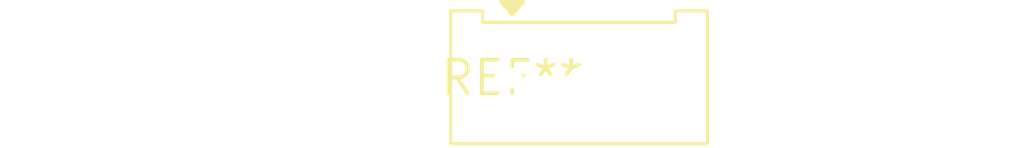
<source format=kicad_pcb>
(kicad_pcb (version 20240108) (generator pcbnew)
  (layers (0 "F.Cu" signal) (31 "B.Cu" signal) (34 "B.Paste" user) (35 "F.Paste" user) (36 "B.SilkS" user "B.Silkscreen") (37 "F.SilkS" user "F.Silkscreen") (38 "B.Mask" user) (39 "F.Mask" user) (44 "Edge.Cuts" user))
  (net 0 "")
  (footprint "Potentiometer_Bourns_3386W_Horizontal" (layer "F.Cu") (at 0 0)
    (property "Reference" "REF**")
    (property "Value" "Potentiometer_Bourns_3386W_Horizontal")
    (fp_line (start -2.335 -2.55) (end -2.335 2.5) (layer "F.SilkS") (stroke (width 0.12)))
    (fp_line (start -2.335 2.5) (end 7.415 2.5) (layer "F.SilkS") (stroke (width 0.12)))
    (fp_line (start -1.115 -2.55) (end -2.335 -2.55) (layer "F.SilkS") (stroke (width 0.12)))
    (fp_line (start -1.115 -2.55) (end -1.115 -2.11) (layer "F.SilkS") (stroke (width 0.12)))
    (fp_line (start -1.115 -2.11) (end 6.195 -2.11) (layer "F.SilkS") (stroke (width 0.12)))
    (fp_line (start 6.195 -2.55) (end 6.195 -2.11) (layer "F.SilkS") (stroke (width 0.12)))
    (fp_line (start 6.195 -2.55) (end 7.415 -2.55) (layer "F.SilkS") (stroke (width 0.12)))
    (fp_line (start 7.415 2.5) (end 7.415 -2.55) (layer "F.SilkS") (stroke (width 0.12)))
    (fp_poly (pts (xy 0 -2.4) (xy 0.45 -2.9) (xy -0.45 -2.9)) (layer "F.SilkS") (stroke (width 0.12)) (fill solid))
    (pad "1" thru_hole roundrect (at 0 0 90) (size 1.44 1.44) (drill 0.8) (layers *.Cu *.Mask) (remove_unused_layers) (roundrect_rratio 0.1736111111))
    (pad "2" thru_hole circle (at 2.54 0 90) (size 1.44 1.44) (drill 0.8) (layers *.Cu *.Mask) (remove_unused_layers))
    (pad "3" thru_hole circle (at 5.08 0 90) (size 1.44 1.44) (drill 0.8) (layers *.Cu *.Mask) (remove_unused_layers))
  )
)
</source>
